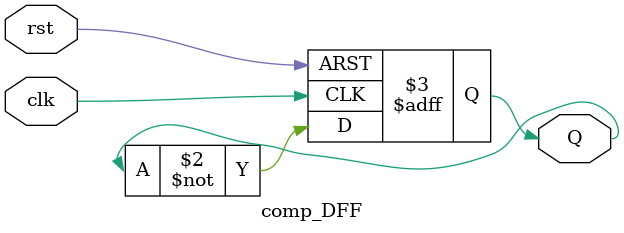
<source format=v>
`timescale 1ns / 1ns
module ripple_counter_4bit (
	output a3, a2, a1, a0,
	input count, reset
);

	// Instantiate complementing flip flops 
	comp_DFF F0 (a0, count, reset);
	comp_DFF F1 (a1, a0, reset);
	comp_DFF F2 (a2, a1, reset);
	comp_DFF F3 (a3, a2, reset);

endmodule

// Complementing flip flop with delay
// Input to the flip flop is Q'

module comp_DFF (
	output reg Q,
	input clk, rst
);
	always @ (negedge clk, posedge rst)
		if (rst) Q <= 1'b0;
		else Q <= #2 ~Q;		// intra assignment delay
endmodule

</source>
